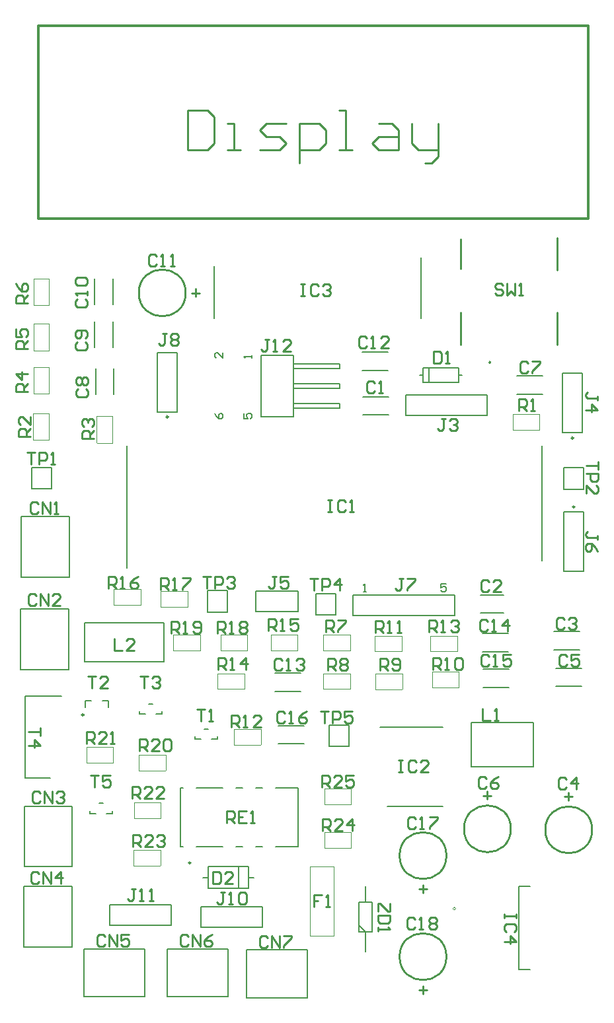
<source format=gto>
G04*
G04 #@! TF.GenerationSoftware,Altium Limited,Altium Designer,24.4.1 (13)*
G04*
G04 Layer_Color=65535*
%FSLAX44Y44*%
%MOMM*%
G71*
G04*
G04 #@! TF.SameCoordinates,F6539689-3043-445A-A8EF-E24C1B7FCDF9*
G04*
G04*
G04 #@! TF.FilePolarity,Positive*
G04*
G01*
G75*
%ADD10C,0.2540*%
%ADD11C,0.2500*%
%ADD12C,0.1000*%
%ADD13C,0.2000*%
%ADD14C,0.3000*%
%ADD15C,0.0500*%
%ADD16C,0.1524*%
D10*
X799620Y250190D02*
G03*
X799620Y250190I-30000J0D01*
G01*
X695480Y251460D02*
G03*
X695480Y251460I-30000J0D01*
G01*
X612930Y87630D02*
G03*
X612930Y87630I-30000J0D01*
G01*
Y217170D02*
G03*
X612930Y217170I-30000J0D01*
G01*
X278920Y938530D02*
G03*
X278920Y938530I-30000J0D01*
G01*
X669217Y849538D02*
G03*
X669217Y849538I-821J0D01*
G01*
X769620Y288036D02*
Y298196D01*
X764286Y292608D02*
X774446D01*
X665480Y289306D02*
Y299466D01*
X660146Y293878D02*
X670306D01*
X582930Y39624D02*
Y49784D01*
X578104Y45212D02*
X588264D01*
X582930Y169164D02*
Y179324D01*
X578104Y174752D02*
X588264D01*
X291338Y933705D02*
Y943865D01*
X286766Y938531D02*
X296926D01*
X755010Y872292D02*
Y913292D01*
Y968156D02*
Y1009156D01*
X631058Y872292D02*
Y913292D01*
X631034Y1007724D02*
X631058Y969172D01*
X281145Y1172611D02*
Y1121828D01*
X306537D01*
X315001Y1130292D01*
Y1164147D01*
X306537Y1172611D01*
X281145D01*
X331929Y1121828D02*
X348857D01*
X340393D01*
Y1155684D01*
X331929D01*
X374249Y1121828D02*
X399640D01*
X408104Y1130292D01*
X399640Y1138756D01*
X382713D01*
X374249Y1147220D01*
X382713Y1155684D01*
X408104D01*
X425032Y1104900D02*
Y1155684D01*
X450424D01*
X458888Y1147220D01*
Y1130292D01*
X450424Y1121828D01*
X425032D01*
X475816D02*
X492744D01*
X484280D01*
Y1172611D01*
X475816D01*
X526599Y1155684D02*
X543527D01*
X551991Y1147220D01*
Y1121828D01*
X526599D01*
X518135Y1130292D01*
X526599Y1138756D01*
X551991D01*
X568919Y1155684D02*
Y1130292D01*
X577383Y1121828D01*
X602775D01*
Y1113364D01*
X594311Y1104900D01*
X585847D01*
X602775Y1121828D02*
Y1155684D01*
X461015Y673098D02*
X466094D01*
X463554D01*
Y657862D01*
X461015D01*
X466094D01*
X483868Y670558D02*
X481329Y673098D01*
X476250D01*
X473711Y670558D01*
Y660402D01*
X476250Y657862D01*
X481329D01*
X483868Y660402D01*
X488946Y657862D02*
X494025D01*
X491485D01*
Y673098D01*
X488946Y670558D01*
X331476Y259083D02*
Y274317D01*
X339093D01*
X341632Y271778D01*
Y266700D01*
X339093Y264161D01*
X331476D01*
X336554D02*
X341632Y259083D01*
X356868Y274317D02*
X346711D01*
Y259083D01*
X356868D01*
X346711Y266700D02*
X351789D01*
X361946Y259083D02*
X367024D01*
X364485D01*
Y274317D01*
X361946Y271778D01*
X214286Y174374D02*
X209208D01*
X211747D01*
Y161678D01*
X209208Y159138D01*
X206669D01*
X204129Y161678D01*
X219364Y159138D02*
X224443D01*
X221904D01*
Y174374D01*
X219364Y171834D01*
X232060Y159138D02*
X237139D01*
X234600D01*
Y174374D01*
X232060Y171834D01*
X328587Y170564D02*
X323509D01*
X326048D01*
Y157868D01*
X323509Y155329D01*
X320969D01*
X318430Y157868D01*
X333665Y155329D02*
X338744D01*
X336204D01*
Y170564D01*
X333665Y168024D01*
X346361D02*
X348900Y170564D01*
X353979D01*
X356518Y168024D01*
Y157868D01*
X353979Y155329D01*
X348900D01*
X346361Y157868D01*
Y168024D01*
X453776Y166714D02*
X443619D01*
Y159096D01*
X448698D01*
X443619D01*
Y151478D01*
X458854D02*
X463933D01*
X461394D01*
Y166714D01*
X458854Y164174D01*
X596903Y863597D02*
Y848363D01*
X604521D01*
X607060Y850902D01*
Y861058D01*
X604521Y863597D01*
X596903D01*
X612138Y848363D02*
X617217D01*
X614678D01*
Y863597D01*
X612138Y861058D01*
X541018Y156204D02*
Y146047D01*
X538478D01*
X528322Y156204D01*
X525783D01*
Y146047D01*
X541018Y140969D02*
X525783D01*
Y133352D01*
X528322Y130812D01*
X538478D01*
X541018Y133352D01*
Y140969D01*
X525783Y125734D02*
Y120656D01*
Y123195D01*
X541018D01*
X538478Y125734D01*
X452127Y402588D02*
X462283D01*
X457205D01*
Y387352D01*
X467362D02*
Y402588D01*
X474979D01*
X477518Y400048D01*
Y394970D01*
X474979Y392431D01*
X467362D01*
X492753Y402588D02*
X482597D01*
Y394970D01*
X487675Y397509D01*
X490214D01*
X492753Y394970D01*
Y389892D01*
X490214Y387352D01*
X485136D01*
X482597Y389892D01*
X438157Y572767D02*
X448313D01*
X443235D01*
Y557533D01*
X453392D02*
Y572767D01*
X461009D01*
X463548Y570228D01*
Y565150D01*
X461009Y562611D01*
X453392D01*
X476244Y557533D02*
Y572767D01*
X468627Y565150D01*
X478783D01*
X300997Y575308D02*
X311153D01*
X306075D01*
Y560073D01*
X316232D02*
Y575308D01*
X323849D01*
X326388Y572768D01*
Y567690D01*
X323849Y565151D01*
X316232D01*
X331467Y572768D02*
X334006Y575308D01*
X339084D01*
X341623Y572768D01*
Y570229D01*
X339084Y567690D01*
X336545D01*
X339084D01*
X341623Y565151D01*
Y562612D01*
X339084Y560073D01*
X334006D01*
X331467Y562612D01*
X807718Y722623D02*
Y712467D01*
Y717545D01*
X792483D01*
Y707388D02*
X807718D01*
Y699771D01*
X805178Y697232D01*
X800100D01*
X797561Y699771D01*
Y707388D01*
X792483Y681997D02*
Y692153D01*
X802639Y681997D01*
X805178D01*
X807718Y684536D01*
Y689614D01*
X805178Y692153D01*
X76206Y734058D02*
X86362D01*
X81284D01*
Y718823D01*
X91441D02*
Y734058D01*
X99058D01*
X101597Y731519D01*
Y726440D01*
X99058Y723901D01*
X91441D01*
X106676Y718823D02*
X111754D01*
X109215D01*
Y734058D01*
X106676Y731519D01*
X157484Y320037D02*
X167641D01*
X162563D01*
Y304802D01*
X182876Y320037D02*
X172719D01*
Y312420D01*
X177798Y314959D01*
X180337D01*
X182876Y312420D01*
Y307342D01*
X180337Y304802D01*
X175258D01*
X172719Y307342D01*
X92708Y380996D02*
Y370839D01*
Y375918D01*
X77473D01*
Y358143D02*
X92708D01*
X85090Y365761D01*
Y355604D01*
X220984Y447038D02*
X231141D01*
X226063D01*
Y431802D01*
X236219Y444498D02*
X238758Y447038D01*
X243837D01*
X246376Y444498D01*
Y441959D01*
X243837Y439420D01*
X241297D01*
X243837D01*
X246376Y436881D01*
Y434342D01*
X243837Y431802D01*
X238758D01*
X236219Y434342D01*
X153674Y447038D02*
X163831D01*
X158752D01*
Y431802D01*
X179066D02*
X168909D01*
X179066Y441959D01*
Y444498D01*
X176527Y447038D01*
X171448D01*
X168909Y444498D01*
X293353Y404407D02*
X303510D01*
X298432D01*
Y389172D01*
X308588D02*
X313667D01*
X311128D01*
Y404407D01*
X308588Y401868D01*
X685803Y948688D02*
X683263Y951227D01*
X678185D01*
X675646Y948688D01*
Y946149D01*
X678185Y943610D01*
X683263D01*
X685803Y941071D01*
Y938532D01*
X683263Y935993D01*
X678185D01*
X675646Y938532D01*
X690881Y951227D02*
Y935993D01*
X695959Y941071D01*
X701038Y935993D01*
Y951227D01*
X706116Y935993D02*
X711194D01*
X708655D01*
Y951227D01*
X706116Y948688D01*
X453050Y305188D02*
Y320424D01*
X460668D01*
X463207Y317884D01*
Y312806D01*
X460668Y310267D01*
X453050D01*
X458129D02*
X463207Y305188D01*
X478442D02*
X468285D01*
X478442Y315345D01*
Y317884D01*
X475903Y320424D01*
X470825D01*
X468285Y317884D01*
X493677Y320424D02*
X483521D01*
Y312806D01*
X488599Y315345D01*
X491138D01*
X493677Y312806D01*
Y307728D01*
X491138Y305188D01*
X486060D01*
X483521Y307728D01*
X453930Y249308D02*
Y264543D01*
X461548D01*
X464087Y262004D01*
Y256926D01*
X461548Y254387D01*
X453930D01*
X459009D02*
X464087Y249308D01*
X479322D02*
X469165D01*
X479322Y259465D01*
Y262004D01*
X476783Y264543D01*
X471704D01*
X469165Y262004D01*
X492018Y249308D02*
Y264543D01*
X484400Y256926D01*
X494557D01*
X211213Y228948D02*
Y244184D01*
X218830D01*
X221369Y241644D01*
Y236566D01*
X218830Y234027D01*
X211213D01*
X216291D02*
X221369Y228948D01*
X236604D02*
X226448D01*
X236604Y239105D01*
Y241644D01*
X234065Y244184D01*
X228987D01*
X226448Y241644D01*
X241683D02*
X244222Y244184D01*
X249300D01*
X251840Y241644D01*
Y239105D01*
X249300Y236566D01*
X246761D01*
X249300D01*
X251840Y234027D01*
Y231488D01*
X249300Y228948D01*
X244222D01*
X241683Y231488D01*
X210827Y290833D02*
Y306068D01*
X218444D01*
X220983Y303528D01*
Y298450D01*
X218444Y295911D01*
X210827D01*
X215905D02*
X220983Y290833D01*
X236218D02*
X226062D01*
X236218Y300989D01*
Y303528D01*
X233679Y306068D01*
X228601D01*
X226062Y303528D01*
X251453Y290833D02*
X241297D01*
X251453Y300989D01*
Y303528D01*
X248914Y306068D01*
X243836D01*
X241297Y303528D01*
X152406Y360682D02*
Y375918D01*
X160023D01*
X162563Y373378D01*
Y368300D01*
X160023Y365761D01*
X152406D01*
X157484D02*
X162563Y360682D01*
X177798D02*
X167641D01*
X177798Y370839D01*
Y373378D01*
X175258Y375918D01*
X170180D01*
X167641Y373378D01*
X182876Y360682D02*
X187954D01*
X185415D01*
Y375918D01*
X182876Y373378D01*
X219717Y351792D02*
Y367028D01*
X227334D01*
X229873Y364488D01*
Y359410D01*
X227334Y356871D01*
X219717D01*
X224795D02*
X229873Y351792D01*
X245108D02*
X234952D01*
X245108Y361949D01*
Y364488D01*
X242569Y367028D01*
X237491D01*
X234952Y364488D01*
X250187D02*
X252726Y367028D01*
X257804D01*
X260343Y364488D01*
Y354332D01*
X257804Y351792D01*
X252726D01*
X250187Y354332D01*
Y364488D01*
X260352Y501998D02*
Y517234D01*
X267970D01*
X270509Y514694D01*
Y509616D01*
X267970Y507077D01*
X260352D01*
X265431D02*
X270509Y501998D01*
X275587D02*
X280665D01*
X278126D01*
Y517234D01*
X275587Y514694D01*
X288283Y504538D02*
X290822Y501998D01*
X295901D01*
X298440Y504538D01*
Y514694D01*
X295901Y517234D01*
X290822D01*
X288283Y514694D01*
Y512155D01*
X290822Y509616D01*
X298440D01*
X319942Y501998D02*
Y517234D01*
X327560D01*
X330099Y514694D01*
Y509616D01*
X327560Y507077D01*
X319942D01*
X325021D02*
X330099Y501998D01*
X335178D02*
X340256D01*
X337717D01*
Y517234D01*
X335178Y514694D01*
X347873D02*
X350413Y517234D01*
X355491D01*
X358030Y514694D01*
Y512155D01*
X355491Y509616D01*
X358030Y507077D01*
Y504538D01*
X355491Y501998D01*
X350413D01*
X347873Y504538D01*
Y507077D01*
X350413Y509616D01*
X347873Y512155D01*
Y514694D01*
X350413Y509616D02*
X355491D01*
X246772Y557879D02*
Y573114D01*
X254390D01*
X256929Y570575D01*
Y565496D01*
X254390Y562957D01*
X246772D01*
X251850D02*
X256929Y557879D01*
X262007D02*
X267085D01*
X264546D01*
Y573114D01*
X262007Y570575D01*
X274703Y573114D02*
X284860D01*
Y570575D01*
X274703Y560418D01*
Y557879D01*
X180346Y560073D02*
Y575308D01*
X187964D01*
X190503Y572768D01*
Y567690D01*
X187964Y565151D01*
X180346D01*
X185424D02*
X190503Y560073D01*
X195581D02*
X200660D01*
X198120D01*
Y575308D01*
X195581Y572768D01*
X218434Y575308D02*
X213356Y572768D01*
X208277Y567690D01*
Y562612D01*
X210816Y560073D01*
X215895D01*
X218434Y562612D01*
Y565151D01*
X215895Y567690D01*
X208277D01*
X384816Y505462D02*
Y520698D01*
X392434D01*
X394973Y518158D01*
Y513080D01*
X392434Y510541D01*
X384816D01*
X389894D02*
X394973Y505462D01*
X400051D02*
X405130D01*
X402590D01*
Y520698D01*
X400051Y518158D01*
X422904Y520698D02*
X412747D01*
Y513080D01*
X417826Y515619D01*
X420365D01*
X422904Y513080D01*
Y508002D01*
X420365Y505462D01*
X415286D01*
X412747Y508002D01*
X320437Y455933D02*
Y471168D01*
X328054D01*
X330593Y468629D01*
Y463550D01*
X328054Y461011D01*
X320437D01*
X325515D02*
X330593Y455933D01*
X335672D02*
X340750D01*
X338211D01*
Y471168D01*
X335672Y468629D01*
X355985Y455933D02*
Y471168D01*
X348368Y463550D01*
X358524D01*
X590556Y504193D02*
Y519427D01*
X598174D01*
X600713Y516888D01*
Y511810D01*
X598174Y509271D01*
X590556D01*
X595634D02*
X600713Y504193D01*
X605791D02*
X610870D01*
X608330D01*
Y519427D01*
X605791Y516888D01*
X618487D02*
X621026Y519427D01*
X626105D01*
X628644Y516888D01*
Y514349D01*
X626105Y511810D01*
X623565D01*
X626105D01*
X628644Y509271D01*
Y506732D01*
X626105Y504193D01*
X621026D01*
X618487Y506732D01*
X337826Y382272D02*
Y397508D01*
X345444D01*
X347983Y394968D01*
Y389890D01*
X345444Y387351D01*
X337826D01*
X342905D02*
X347983Y382272D01*
X353061D02*
X358140D01*
X355600D01*
Y397508D01*
X353061Y394968D01*
X375914Y382272D02*
X365757D01*
X375914Y392429D01*
Y394968D01*
X373375Y397508D01*
X368296D01*
X365757Y394968D01*
X522365Y502922D02*
Y518157D01*
X529983D01*
X532522Y515618D01*
Y510540D01*
X529983Y508001D01*
X522365D01*
X527444D02*
X532522Y502922D01*
X537600D02*
X542679D01*
X540140D01*
Y518157D01*
X537600Y515618D01*
X550296Y502922D02*
X555375D01*
X552835D01*
Y518157D01*
X550296Y515618D01*
X595246Y455933D02*
Y471168D01*
X602864D01*
X605403Y468629D01*
Y463550D01*
X602864Y461011D01*
X595246D01*
X600325D02*
X605403Y455933D01*
X610481D02*
X615560D01*
X613021D01*
Y471168D01*
X610481Y468629D01*
X623177D02*
X625716Y471168D01*
X630795D01*
X633334Y468629D01*
Y458472D01*
X630795Y455933D01*
X625716D01*
X623177Y458472D01*
Y468629D01*
X528324Y454663D02*
Y469897D01*
X535942D01*
X538481Y467358D01*
Y462280D01*
X535942Y459741D01*
X528324D01*
X533402D02*
X538481Y454663D01*
X543559Y457202D02*
X546098Y454663D01*
X551177D01*
X553716Y457202D01*
Y467358D01*
X551177Y469897D01*
X546098D01*
X543559Y467358D01*
Y464819D01*
X546098Y462280D01*
X553716D01*
X461014Y454663D02*
Y469897D01*
X468632D01*
X471171Y467358D01*
Y462280D01*
X468632Y459741D01*
X461014D01*
X466092D02*
X471171Y454663D01*
X476249Y467358D02*
X478788Y469897D01*
X483867D01*
X486406Y467358D01*
Y464819D01*
X483867Y462280D01*
X486406Y459741D01*
Y457202D01*
X483867Y454663D01*
X478788D01*
X476249Y457202D01*
Y459741D01*
X478788Y462280D01*
X476249Y464819D01*
Y467358D01*
X478788Y462280D02*
X483867D01*
X458474Y504193D02*
Y519427D01*
X466092D01*
X468631Y516888D01*
Y511810D01*
X466092Y509271D01*
X458474D01*
X463553D02*
X468631Y504193D01*
X473709Y519427D02*
X483866D01*
Y516888D01*
X473709Y506732D01*
Y504193D01*
X76327Y925195D02*
X61092D01*
Y932812D01*
X63631Y935352D01*
X68709D01*
X71249Y932812D01*
Y925195D01*
Y930273D02*
X76327Y935352D01*
X61092Y950587D02*
X63631Y945508D01*
X68709Y940430D01*
X73788D01*
X76327Y942969D01*
Y948048D01*
X73788Y950587D01*
X71249D01*
X68709Y948048D01*
Y940430D01*
X76327Y867165D02*
X61092D01*
Y874782D01*
X63631Y877322D01*
X68710D01*
X71249Y874782D01*
Y867165D01*
Y872243D02*
X76327Y877322D01*
X61092Y892557D02*
Y882400D01*
X68710D01*
X66170Y887478D01*
Y890017D01*
X68710Y892557D01*
X73788D01*
X76327Y890017D01*
Y884939D01*
X73788Y882400D01*
X76327Y811775D02*
X61092D01*
Y819392D01*
X63631Y821931D01*
X68710D01*
X71249Y819392D01*
Y811775D01*
Y816853D02*
X76327Y821931D01*
Y834627D02*
X61092D01*
X68710Y827010D01*
Y837166D01*
X161674Y752190D02*
X146438D01*
Y759808D01*
X148978Y762347D01*
X154056D01*
X156595Y759808D01*
Y752190D01*
Y757269D02*
X161674Y762347D01*
X148978Y767425D02*
X146438Y769965D01*
Y775043D01*
X148978Y777582D01*
X151517D01*
X154056Y775043D01*
Y772504D01*
Y775043D01*
X156595Y777582D01*
X159134D01*
X161674Y775043D01*
Y769965D01*
X159134Y767425D01*
X80393Y754730D02*
X65158D01*
Y762348D01*
X67698Y764887D01*
X72776D01*
X75315Y762348D01*
Y754730D01*
Y759809D02*
X80393Y764887D01*
Y780122D02*
Y769965D01*
X70237Y780122D01*
X67698D01*
X65158Y777583D01*
Y772505D01*
X67698Y769965D01*
X706123Y787402D02*
Y802637D01*
X713741D01*
X716280Y800098D01*
Y795020D01*
X713741Y792481D01*
X706123D01*
X711202D02*
X716280Y787402D01*
X721358D02*
X726437D01*
X723898D01*
Y802637D01*
X721358Y800098D01*
X187334Y495644D02*
Y480408D01*
X197491D01*
X212726D02*
X202569D01*
X212726Y490565D01*
Y493104D01*
X210187Y495644D01*
X205109D01*
X202569Y493104D01*
X659519Y405474D02*
Y390239D01*
X669676D01*
X674754D02*
X679833D01*
X677293D01*
Y405474D01*
X674754Y402935D01*
X386083Y878838D02*
X381004D01*
X383544D01*
Y866142D01*
X381004Y863603D01*
X378465D01*
X375926Y866142D01*
X391161Y863603D02*
X396240D01*
X393700D01*
Y878838D01*
X391161Y876298D01*
X414014Y863603D02*
X403857D01*
X414014Y873759D01*
Y876298D01*
X411475Y878838D01*
X406396D01*
X403857Y876298D01*
X254378Y886328D02*
X249300D01*
X251839D01*
Y873632D01*
X249300Y871093D01*
X246760D01*
X244221Y873632D01*
X259456Y883789D02*
X261995Y886328D01*
X267074D01*
X269613Y883789D01*
Y881249D01*
X267074Y878710D01*
X269613Y876171D01*
Y873632D01*
X267074Y871093D01*
X261995D01*
X259456Y873632D01*
Y876171D01*
X261995Y878710D01*
X259456Y881249D01*
Y883789D01*
X261995Y878710D02*
X267074D01*
X557531Y572767D02*
X552453D01*
X554992D01*
Y560072D01*
X552453Y557533D01*
X549913D01*
X547374Y560072D01*
X562609Y572767D02*
X572766D01*
Y570228D01*
X562609Y560072D01*
Y557533D01*
X806834Y622645D02*
Y627724D01*
Y625184D01*
X794138D01*
X791599Y627724D01*
Y630263D01*
X794138Y632802D01*
X806834Y607410D02*
X804294Y612488D01*
X799216Y617567D01*
X794138D01*
X791599Y615028D01*
Y609949D01*
X794138Y607410D01*
X796677D01*
X799216Y609949D01*
Y617567D01*
X394971Y575308D02*
X389893D01*
X392432D01*
Y562612D01*
X389893Y560073D01*
X387353D01*
X384814Y562612D01*
X410206Y575308D02*
X400049D01*
Y567690D01*
X405127Y570229D01*
X407667D01*
X410206Y567690D01*
Y562612D01*
X407667Y560073D01*
X402588D01*
X400049Y562612D01*
X806448Y801369D02*
Y806448D01*
Y803908D01*
X793752D01*
X791212Y806448D01*
Y808987D01*
X793752Y811526D01*
X791212Y788673D02*
X806448D01*
X798830Y796291D01*
Y786134D01*
X612141Y777237D02*
X607062D01*
X609602D01*
Y764542D01*
X607062Y762002D01*
X604523D01*
X601984Y764542D01*
X617219Y774698D02*
X619758Y777237D01*
X624837D01*
X627376Y774698D01*
Y772159D01*
X624837Y769620D01*
X622298D01*
X624837D01*
X627376Y767081D01*
Y764542D01*
X624837Y762002D01*
X619758D01*
X617219Y764542D01*
X702694Y142580D02*
Y137501D01*
Y140041D01*
X687459D01*
Y142580D01*
Y137501D01*
X700154Y119727D02*
X702694Y122266D01*
Y127345D01*
X700154Y129884D01*
X689998D01*
X687459Y127345D01*
Y122266D01*
X689998Y119727D01*
X687459Y107031D02*
X702694D01*
X695076Y114649D01*
Y104492D01*
X426726Y949958D02*
X431805D01*
X429265D01*
Y934723D01*
X426726D01*
X431805D01*
X449579Y947418D02*
X447040Y949958D01*
X441961D01*
X439422Y947418D01*
Y937262D01*
X441961Y934723D01*
X447040D01*
X449579Y937262D01*
X454657Y947418D02*
X457196Y949958D01*
X462275D01*
X464814Y947418D01*
Y944879D01*
X462275Y942340D01*
X459735D01*
X462275D01*
X464814Y939801D01*
Y937262D01*
X462275Y934723D01*
X457196D01*
X454657Y937262D01*
X551572Y339434D02*
X556651D01*
X554111D01*
Y324199D01*
X551572D01*
X556651D01*
X574425Y336895D02*
X571885Y339434D01*
X566807D01*
X564268Y336895D01*
Y326738D01*
X566807Y324199D01*
X571885D01*
X574425Y326738D01*
X589660Y324199D02*
X579503D01*
X589660Y334355D01*
Y336895D01*
X587121Y339434D01*
X582042D01*
X579503Y336895D01*
X313694Y196847D02*
Y181612D01*
X321312D01*
X323851Y184152D01*
Y194308D01*
X321312Y196847D01*
X313694D01*
X339086Y181612D02*
X328929D01*
X339086Y191769D01*
Y194308D01*
X336547Y196847D01*
X331468D01*
X328929Y194308D01*
X383929Y112104D02*
X381390Y114643D01*
X376312D01*
X373773Y112104D01*
Y101948D01*
X376312Y99408D01*
X381390D01*
X383929Y101948D01*
X389008Y99408D02*
Y114643D01*
X399165Y99408D01*
Y114643D01*
X404243D02*
X414399D01*
Y112104D01*
X404243Y101948D01*
Y99408D01*
X282329Y113374D02*
X279790Y115913D01*
X274712D01*
X272173Y113374D01*
Y103218D01*
X274712Y100678D01*
X279790D01*
X282329Y103218D01*
X287408Y100678D02*
Y115913D01*
X297565Y100678D01*
Y115913D01*
X312799D02*
X307721Y113374D01*
X302643Y108296D01*
Y103218D01*
X305182Y100678D01*
X310260D01*
X312799Y103218D01*
Y105757D01*
X310260Y108296D01*
X302643D01*
X175649Y113374D02*
X173110Y115913D01*
X168032D01*
X165493Y113374D01*
Y103218D01*
X168032Y100678D01*
X173110D01*
X175649Y103218D01*
X180728Y100678D02*
Y115913D01*
X190884Y100678D01*
Y115913D01*
X206119D02*
X195963D01*
Y108296D01*
X201041Y110835D01*
X203580D01*
X206119Y108296D01*
Y103218D01*
X203580Y100678D01*
X198502D01*
X195963Y103218D01*
X91443Y194308D02*
X88904Y196847D01*
X83826D01*
X81287Y194308D01*
Y184152D01*
X83826Y181612D01*
X88904D01*
X91443Y184152D01*
X96522Y181612D02*
Y196847D01*
X106678Y181612D01*
Y196847D01*
X119374Y181612D02*
Y196847D01*
X111757Y189230D01*
X121913D01*
X92713Y297178D02*
X90174Y299718D01*
X85096D01*
X82557Y297178D01*
Y287022D01*
X85096Y284482D01*
X90174D01*
X92713Y287022D01*
X97792Y284482D02*
Y299718D01*
X107948Y284482D01*
Y299718D01*
X113027Y297178D02*
X115566Y299718D01*
X120644D01*
X123183Y297178D01*
Y294639D01*
X120644Y292100D01*
X118105D01*
X120644D01*
X123183Y289561D01*
Y287022D01*
X120644Y284482D01*
X115566D01*
X113027Y287022D01*
X88019Y550255D02*
X85480Y552794D01*
X80402D01*
X77863Y550255D01*
Y540098D01*
X80402Y537559D01*
X85480D01*
X88019Y540098D01*
X93098Y537559D02*
Y552794D01*
X103254Y537559D01*
Y552794D01*
X118489Y537559D02*
X108333D01*
X118489Y547715D01*
Y550255D01*
X115950Y552794D01*
X110872D01*
X108333Y550255D01*
X90558Y668365D02*
X88019Y670904D01*
X82941D01*
X80402Y668365D01*
Y658208D01*
X82941Y655669D01*
X88019D01*
X90558Y658208D01*
X95637Y655669D02*
Y670904D01*
X105794Y655669D01*
Y670904D01*
X110872Y655669D02*
X115950D01*
X113411D01*
Y670904D01*
X110872Y668365D01*
X572773Y135888D02*
X570234Y138427D01*
X565155D01*
X562616Y135888D01*
Y125731D01*
X565155Y123192D01*
X570234D01*
X572773Y125731D01*
X577851Y123192D02*
X582930D01*
X580391D01*
Y138427D01*
X577851Y135888D01*
X590547D02*
X593086Y138427D01*
X598165D01*
X600704Y135888D01*
Y133349D01*
X598165Y130810D01*
X600704Y128271D01*
Y125731D01*
X598165Y123192D01*
X593086D01*
X590547Y125731D01*
Y128271D01*
X593086Y130810D01*
X590547Y133349D01*
Y135888D01*
X593086Y130810D02*
X598165D01*
X574043Y264158D02*
X571504Y266697D01*
X566426D01*
X563886Y264158D01*
Y254001D01*
X566426Y251462D01*
X571504D01*
X574043Y254001D01*
X579121Y251462D02*
X584200D01*
X581661D01*
Y266697D01*
X579121Y264158D01*
X591817Y266697D02*
X601974D01*
Y264158D01*
X591817Y254001D01*
Y251462D01*
X406403Y400048D02*
X403864Y402588D01*
X398785D01*
X396246Y400048D01*
Y389892D01*
X398785Y387352D01*
X403864D01*
X406403Y389892D01*
X411481Y387352D02*
X416560D01*
X414020D01*
Y402588D01*
X411481Y400048D01*
X434334Y402588D02*
X429255Y400048D01*
X424177Y394970D01*
Y389892D01*
X426716Y387352D01*
X431795D01*
X434334Y389892D01*
Y392431D01*
X431795Y394970D01*
X424177D01*
X667559Y472824D02*
X665020Y475364D01*
X659941D01*
X657402Y472824D01*
Y462668D01*
X659941Y460128D01*
X665020D01*
X667559Y462668D01*
X672637Y460128D02*
X677716D01*
X675176D01*
Y475364D01*
X672637Y472824D01*
X695490Y475364D02*
X685333D01*
Y467746D01*
X690411Y470285D01*
X692951D01*
X695490Y467746D01*
Y462668D01*
X692951Y460128D01*
X687872D01*
X685333Y462668D01*
X666289Y517274D02*
X663750Y519813D01*
X658671D01*
X656132Y517274D01*
Y507118D01*
X658671Y504578D01*
X663750D01*
X666289Y507118D01*
X671367Y504578D02*
X676446D01*
X673906D01*
Y519813D01*
X671367Y517274D01*
X691681Y504578D02*
Y519813D01*
X684063Y512196D01*
X694220D01*
X402475Y467359D02*
X399936Y469898D01*
X394858D01*
X392319Y467359D01*
Y457202D01*
X394858Y454663D01*
X399936D01*
X402475Y457202D01*
X407554Y454663D02*
X412632D01*
X410093D01*
Y469898D01*
X407554Y467359D01*
X420249D02*
X422789Y469898D01*
X427867D01*
X430406Y467359D01*
Y464819D01*
X427867Y462280D01*
X425328D01*
X427867D01*
X430406Y459741D01*
Y457202D01*
X427867Y454663D01*
X422789D01*
X420249Y457202D01*
X511231Y880494D02*
X508692Y883034D01*
X503614D01*
X501074Y880494D01*
Y870338D01*
X503614Y867798D01*
X508692D01*
X511231Y870338D01*
X516310Y867798D02*
X521388D01*
X518849D01*
Y883034D01*
X516310Y880494D01*
X539162Y867798D02*
X529006D01*
X539162Y877955D01*
Y880494D01*
X536623Y883034D01*
X531545D01*
X529006Y880494D01*
X241688Y985865D02*
X239149Y988404D01*
X234070D01*
X231531Y985865D01*
Y975708D01*
X234070Y973169D01*
X239149D01*
X241688Y975708D01*
X246766Y973169D02*
X251845D01*
X249306D01*
Y988404D01*
X246766Y985865D01*
X259462Y973169D02*
X264541D01*
X262001D01*
Y988404D01*
X259462Y985865D01*
X139831Y930135D02*
X137292Y927596D01*
Y922518D01*
X139831Y919979D01*
X149988D01*
X152527Y922518D01*
Y927596D01*
X149988Y930135D01*
X152527Y935214D02*
Y940292D01*
Y937753D01*
X137292D01*
X139831Y935214D01*
Y947910D02*
X137292Y950449D01*
Y955527D01*
X139831Y958066D01*
X149988D01*
X152527Y955527D01*
Y950449D01*
X149988Y947910D01*
X139831D01*
X139831Y875408D02*
X137292Y872868D01*
Y867790D01*
X139831Y865251D01*
X149988D01*
X152527Y867790D01*
Y872868D01*
X149988Y875408D01*
Y880486D02*
X152527Y883025D01*
Y888104D01*
X149988Y890643D01*
X139831D01*
X137292Y888104D01*
Y883025D01*
X139831Y880486D01*
X142370D01*
X144909Y883025D01*
Y890643D01*
X141101Y815718D02*
X138562Y813178D01*
Y808100D01*
X141101Y805561D01*
X151258D01*
X153797Y808100D01*
Y813178D01*
X151258Y815718D01*
X141101Y820796D02*
X138562Y823335D01*
Y828414D01*
X141101Y830953D01*
X143640D01*
X146180Y828414D01*
X148719Y830953D01*
X151258D01*
X153797Y828414D01*
Y823335D01*
X151258Y820796D01*
X148719D01*
X146180Y823335D01*
X143640Y820796D01*
X141101D01*
X146180Y823335D02*
Y828414D01*
X717551Y848358D02*
X715012Y850898D01*
X709933D01*
X707394Y848358D01*
Y838202D01*
X709933Y835663D01*
X715012D01*
X717551Y838202D01*
X722629Y850898D02*
X732786D01*
Y848358D01*
X722629Y838202D01*
Y835663D01*
X664211Y316228D02*
X661672Y318768D01*
X656593D01*
X654054Y316228D01*
Y306072D01*
X656593Y303533D01*
X661672D01*
X664211Y306072D01*
X679446Y318768D02*
X674368Y316228D01*
X669289Y311150D01*
Y306072D01*
X671828Y303533D01*
X676907D01*
X679446Y306072D01*
Y308611D01*
X676907Y311150D01*
X669289D01*
X767467Y472785D02*
X764928Y475324D01*
X759849D01*
X757310Y472785D01*
Y462628D01*
X759849Y460089D01*
X764928D01*
X767467Y462628D01*
X782702Y475324D02*
X772545D01*
Y467706D01*
X777624Y470245D01*
X780163D01*
X782702Y467706D01*
Y462628D01*
X780163Y460089D01*
X775084D01*
X772545Y462628D01*
X767081Y314958D02*
X764542Y317498D01*
X759463D01*
X756924Y314958D01*
Y304802D01*
X759463Y302262D01*
X764542D01*
X767081Y304802D01*
X779777Y302262D02*
Y317498D01*
X772159Y309880D01*
X782316D01*
X763775Y519774D02*
X761236Y522313D01*
X756157D01*
X753618Y519774D01*
Y509618D01*
X756157Y507078D01*
X761236D01*
X763775Y509618D01*
X768853Y519774D02*
X771392Y522313D01*
X776471D01*
X779010Y519774D01*
Y517235D01*
X776471Y514696D01*
X773932D01*
X776471D01*
X779010Y512157D01*
Y509618D01*
X776471Y507078D01*
X771392D01*
X768853Y509618D01*
X668019Y568034D02*
X665480Y570574D01*
X660402D01*
X657863Y568034D01*
Y557878D01*
X660402Y555338D01*
X665480D01*
X668019Y557878D01*
X683254Y555338D02*
X673098D01*
X683254Y565495D01*
Y568034D01*
X680715Y570574D01*
X675637D01*
X673098Y568034D01*
X521086Y823304D02*
X518547Y825844D01*
X513469D01*
X510929Y823304D01*
Y813148D01*
X513469Y810608D01*
X518547D01*
X521086Y813148D01*
X526165Y810608D02*
X531243D01*
X528704D01*
Y825844D01*
X526165Y823304D01*
D11*
X256520Y779630D02*
G03*
X256520Y779630I-1250J0D01*
G01*
X777220Y664360D02*
G03*
X777220Y664360I-1250J0D01*
G01*
X775564Y752614D02*
G03*
X775564Y752614I-1250J0D01*
G01*
X285344Y207854D02*
G03*
X285344Y207854I-1250J0D01*
G01*
X148350Y397440D02*
G03*
X148350Y397440I-1250J0D01*
G01*
D12*
X623620Y147476D02*
G03*
X622620Y147476I-500J1876D01*
G01*
D13*
X735574Y595604D02*
Y742924D01*
X203454Y586194D02*
Y742924D01*
X133726Y202854D02*
Y280578D01*
X72004Y202854D02*
X133726D01*
X72004Y224889D02*
Y265402D01*
Y280578D02*
X133726D01*
X72004Y202854D02*
Y224889D01*
Y265402D02*
Y280578D01*
X73074Y421924D02*
X119974D01*
X73074Y316524D02*
Y421924D01*
Y316524D02*
X105024D01*
X129032Y455930D02*
Y533655D01*
X67310Y455930D02*
X129032D01*
X67310Y477965D02*
Y518478D01*
Y533655D02*
X129032D01*
X67310Y455930D02*
Y477965D01*
Y518478D02*
Y533655D01*
X130302Y574040D02*
Y651765D01*
X68580Y574040D02*
X130302D01*
X68580Y596075D02*
Y636588D01*
Y651765D02*
X130302D01*
X68580Y574040D02*
Y596075D01*
Y636588D02*
Y651765D01*
X724662Y330962D02*
Y387351D01*
X644760Y330962D02*
X724662D01*
X644760D02*
Y374640D01*
X664735Y387459D02*
X704686D01*
X644760Y374640D02*
Y387351D01*
Y387459D02*
X664735D01*
X704686D02*
X724662D01*
X750667Y480979D02*
X783729D01*
X750667Y504541D02*
X783729D01*
X656912Y528469D02*
X685973D01*
X656912Y551031D02*
X685973D01*
X753089Y433989D02*
X786151D01*
X753089Y457551D02*
X786151D01*
X628590Y833120D02*
X632590D01*
X578990D02*
X582990D01*
X590790Y824570D02*
Y841671D01*
X582990Y823571D02*
Y842670D01*
Y823571D02*
X628590D01*
Y842670D01*
X582990D02*
X628590D01*
X788442Y687232D02*
Y700948D01*
X763138Y686978D02*
X788284D01*
X763138D02*
Y714410D01*
X788442D01*
Y700948D02*
Y714410D01*
X106838Y687579D02*
Y701294D01*
X81534Y687325D02*
X106680D01*
X81534D02*
Y714756D01*
X106838D01*
Y701294D02*
Y714756D01*
X417310Y841350D02*
X476560D01*
X417310Y847750D02*
X476560D01*
Y841350D02*
Y847750D01*
X417310Y815950D02*
X476560D01*
X417310Y822350D02*
X476560D01*
Y815950D02*
Y822350D01*
X417310Y790550D02*
X476560D01*
X417310Y796950D02*
X476560D01*
Y790550D02*
Y796950D01*
X375810Y779550D02*
X417310D01*
Y858750D01*
X375810D02*
X417310D01*
X375810Y779550D02*
Y858750D01*
X242820Y862330D02*
X267720D01*
X242820Y786130D02*
X267720D01*
Y862330D01*
X242820Y786130D02*
Y862330D01*
X623414Y524684D02*
Y551584D01*
X493414D02*
X623414D01*
X493414Y524684D02*
Y551584D01*
Y524684D02*
X623414D01*
X763520Y581660D02*
X788420D01*
X763520Y657860D02*
X788420D01*
X763520Y581660D02*
Y657860D01*
X788420Y581660D02*
Y657860D01*
X368954Y529764D02*
Y556664D01*
Y529764D02*
X422754D01*
Y556664D01*
X368954D02*
X422754D01*
X761864Y835314D02*
X786764D01*
X761864Y759114D02*
X786764D01*
Y835314D01*
X761864Y759114D02*
Y835314D01*
X665324Y781224D02*
Y808124D01*
X560724D02*
X665324D01*
X560724Y781224D02*
Y808124D01*
Y781224D02*
X665324D01*
X703559Y808640D02*
X736621D01*
X703559Y832202D02*
X736621D01*
X505557Y781969D02*
X538619D01*
X505557Y805531D02*
X538619D01*
X260120Y127520D02*
Y154420D01*
X181380D02*
X235180D01*
X181380Y127520D02*
Y154420D01*
Y127520D02*
X235180D01*
Y154420D02*
X260120D01*
X235180Y127520D02*
X260120D01*
X356870Y34798D02*
X434594D01*
X356870D02*
Y96520D01*
X378904D02*
X419417D01*
X434594Y34798D02*
Y96520D01*
X356870D02*
X378904D01*
X419417D02*
X434594D01*
X307624Y174884D02*
X359624D01*
X307624D02*
Y202884D01*
X359624D01*
Y174884D02*
Y202884D01*
Y188884D02*
X366274D01*
X300974D02*
X307624D01*
X346624Y175584D02*
Y202184D01*
X298680Y124980D02*
Y151880D01*
X323620Y124980D02*
X377420D01*
Y151880D01*
X323620D02*
X377420D01*
X298680Y124980D02*
X323620D01*
X298680Y151880D02*
X323620D01*
X148590Y36068D02*
X226314D01*
X148590D02*
Y97790D01*
X170625D02*
X211138D01*
X226314Y36068D02*
Y97790D01*
X148590D02*
X170625D01*
X211138D02*
X226314D01*
X71628Y100076D02*
Y177800D01*
X133350D01*
Y115253D02*
Y155765D01*
X71628Y100076D02*
X133350D01*
Y155765D02*
Y177800D01*
Y100076D02*
Y115253D01*
X255270Y36068D02*
X332994D01*
X255270D02*
Y97790D01*
X277304D02*
X317817D01*
X332994Y36068D02*
Y97790D01*
X255270D02*
X277304D01*
X317817D02*
X332994D01*
X500416Y119250D02*
Y157290D01*
X517616D01*
Y119250D02*
Y157290D01*
X500416Y119250D02*
X517616D01*
X500416Y127850D02*
X509016Y119250D01*
Y94020D02*
Y119250D01*
X509270Y157414D02*
Y177734D01*
X705830Y177760D02*
X720530D01*
X705830Y71160D02*
Y177760D01*
Y71160D02*
X720530D01*
X272594Y228854D02*
Y303854D01*
X394444Y228854D02*
X422594D01*
X369044D02*
X376944D01*
X343644D02*
X351544D01*
X292844D02*
X326144D01*
X272594D02*
X275344D01*
X422594D02*
Y303854D01*
X394444D02*
X422594D01*
X369044D02*
X376944D01*
X343644D02*
X351544D01*
X292844D02*
X326144D01*
X272594D02*
X275344D01*
X167774Y284122D02*
X173094D01*
X155934Y271123D02*
Y274353D01*
X177274Y271123D02*
X184934D01*
X155934D02*
X163594D01*
X184934D02*
Y274353D01*
X149860Y515420D02*
X209804D01*
X208382D02*
X251460D01*
Y465420D02*
Y515420D01*
X149860Y465420D02*
X251460D01*
X149860D02*
Y515420D01*
X248404Y398843D02*
Y402073D01*
X219404Y398843D02*
X227064D01*
X240744D02*
X248404D01*
X219404D02*
Y402073D01*
X231244Y411842D02*
X236564D01*
X487838Y371095D02*
Y384557D01*
X462534D02*
X487838D01*
X462534Y357124D02*
Y384557D01*
Y357124D02*
X487680D01*
X487838Y357379D02*
Y371095D01*
X319554Y366373D02*
Y369603D01*
X290554Y366373D02*
X298214D01*
X311894D02*
X319554D01*
X290554D02*
Y369603D01*
X302394Y379372D02*
X307714D01*
X150100Y406940D02*
Y415941D01*
X158100D01*
X180100Y406940D02*
Y415941D01*
X172100D02*
X180100D01*
X659109Y502001D02*
X692171D01*
X659109Y478439D02*
X692171D01*
X397607Y383891D02*
X430669D01*
X397607Y360329D02*
X430669D01*
X332512Y543468D02*
Y556930D01*
X307208D02*
X332512D01*
X307208Y529498D02*
Y556930D01*
Y529498D02*
X332354D01*
X332512Y529752D02*
Y543468D01*
X537210Y280671D02*
X608330D01*
X527930Y382271D02*
X608330D01*
X660379Y456281D02*
X693441D01*
X660379Y432719D02*
X693441D01*
X393561Y427639D02*
X426623D01*
X393561Y451201D02*
X426623D01*
X470942Y539658D02*
Y553120D01*
X445638D02*
X470942D01*
X445638Y525688D02*
Y553120D01*
Y525688D02*
X470784D01*
X470942Y525942D02*
Y539658D01*
X505321Y839119D02*
X538383D01*
X505321Y862681D02*
X538383D01*
X315224Y905704D02*
Y973204D01*
X580624Y905704D02*
Y984034D01*
X162209Y923387D02*
Y956449D01*
X185771Y923387D02*
Y956449D01*
X162209Y868659D02*
Y901721D01*
X185771Y868659D02*
Y901721D01*
X163479Y808970D02*
Y842031D01*
X187041Y808970D02*
Y842031D01*
D14*
X795020Y1033780D02*
Y1281430D01*
X90170Y1033780D02*
Y1281430D01*
Y1033780D02*
X795020D01*
X90170Y1281430D02*
X795020D01*
D15*
X697992Y763270D02*
Y783336D01*
Y763270D02*
X731774D01*
X732028Y763524D01*
Y783336D01*
X697992D02*
X732028D01*
X165100Y780288D02*
X185166D01*
X165100Y746507D02*
Y780288D01*
Y746507D02*
X165354Y746253D01*
X185166D01*
Y780288D01*
X83820Y784099D02*
X103886D01*
X83820Y750316D02*
Y784099D01*
Y750316D02*
X84074Y750062D01*
X103886D01*
Y784099D01*
X212462Y204470D02*
Y224536D01*
Y204470D02*
X246244D01*
X246498Y204724D01*
Y224536D01*
X212462D02*
X246498D01*
X456692Y227330D02*
Y247396D01*
Y227330D02*
X490474D01*
X490728Y227584D01*
Y247396D01*
X456692D02*
X490728D01*
X212852Y265431D02*
Y285497D01*
Y265431D02*
X246634D01*
X246888Y265685D01*
Y285497D01*
X212852D02*
X246888D01*
X456692Y283210D02*
Y303276D01*
Y283210D02*
X490474D01*
X490728Y283464D01*
Y303276D01*
X456692D02*
X490728D01*
X441960Y114300D02*
X468630D01*
X438150D02*
X441960D01*
X468630D02*
Y203200D01*
X438150Y114300D02*
Y203200D01*
X468630D01*
X219202Y346456D02*
X253238D01*
Y326645D02*
Y346456D01*
X252984Y326390D02*
X253238Y326645D01*
X219202Y326390D02*
X252984D01*
X219202D02*
Y346456D01*
X151892Y356617D02*
X185928D01*
Y336805D02*
Y356617D01*
X185674Y336550D02*
X185928Y336805D01*
X151892Y336550D02*
X185674D01*
X151892D02*
Y356617D01*
X323732Y500126D02*
X357768D01*
Y480314D02*
Y500126D01*
X357514Y480060D02*
X357768Y480314D01*
X323732Y480060D02*
X357514D01*
X323732D02*
Y500126D01*
X263262D02*
X297298D01*
Y480314D02*
Y500126D01*
X297044Y480060D02*
X297298Y480314D01*
X263262Y480060D02*
X297044D01*
X263262D02*
Y500126D01*
X521462Y479044D02*
X555498D01*
X521462D02*
Y498856D01*
X521716Y499110D01*
X555498D01*
Y479044D02*
Y499110D01*
X388112Y500126D02*
X422148D01*
Y480314D02*
Y500126D01*
X421894Y480060D02*
X422148Y480314D01*
X388112Y480060D02*
X421894D01*
X388112D02*
Y500126D01*
X455422Y480314D02*
X489458D01*
X455422D02*
Y500126D01*
X455676Y500380D01*
X489458D01*
Y480314D02*
Y500380D01*
X592582Y479044D02*
X626618D01*
X592582D02*
Y498856D01*
X592836Y499110D01*
X626618D01*
Y479044D02*
Y499110D01*
X594732Y453136D02*
X628768D01*
Y433324D02*
Y453136D01*
X628514Y433070D02*
X628768Y433324D01*
X594732Y433070D02*
X628514D01*
X594732D02*
Y453136D01*
X247142Y556007D02*
X281178D01*
Y536194D02*
Y556007D01*
X280924Y535941D02*
X281178Y536194D01*
X247142Y535941D02*
X280924D01*
X247142D02*
Y556007D01*
X522342Y450596D02*
X556378D01*
Y430784D02*
Y450596D01*
X556124Y430530D02*
X556378Y430784D01*
X522342Y430530D02*
X556124D01*
X522342D02*
Y450596D01*
X319922Y430784D02*
X353958D01*
X319922D02*
Y450596D01*
X320176Y450850D01*
X353958D01*
Y430784D02*
Y450850D01*
X455422Y430784D02*
X489458D01*
X455422D02*
Y450596D01*
X455676Y450850D01*
X489458D01*
Y430784D02*
Y450850D01*
X187062Y558546D02*
X221098D01*
Y538734D02*
Y558546D01*
X220844Y538480D02*
X221098Y538734D01*
X187062Y538480D02*
X220844D01*
X187062D02*
Y558546D01*
X341121Y379476D02*
X375158D01*
Y359664D02*
Y379476D01*
X374903Y359410D02*
X375158Y359664D01*
X341121Y359410D02*
X374903D01*
X341121D02*
Y379476D01*
X84074Y922783D02*
Y956818D01*
X103886D01*
X104140Y956564D01*
Y922783D02*
Y956564D01*
X84074Y922783D02*
X104140D01*
X84074Y864752D02*
Y898788D01*
X103886D01*
X104140Y898534D01*
Y864752D02*
Y898534D01*
X84074Y864752D02*
X104140D01*
X84074Y809362D02*
Y843398D01*
X103886D01*
X104140Y843144D01*
Y809362D02*
Y843144D01*
X84074Y809362D02*
X104140D01*
D16*
X316403Y783921D02*
X318096Y780535D01*
X321482Y777150D01*
X324867D01*
X326560Y778842D01*
Y782228D01*
X324867Y783921D01*
X323175D01*
X321482Y782228D01*
Y777150D01*
X353403Y783921D02*
Y777150D01*
X358482D01*
X356789Y780535D01*
Y782228D01*
X358482Y783921D01*
X361867D01*
X363560Y782228D01*
Y778842D01*
X361867Y777150D01*
X326560Y861921D02*
Y855150D01*
X319789Y861921D01*
X318096D01*
X316403Y860228D01*
Y856842D01*
X318096Y855150D01*
X363560D02*
Y858535D01*
Y856842D01*
X353403D01*
X355096Y855150D01*
X612185Y565290D02*
X605414D01*
Y560212D01*
X608800Y561905D01*
X610492D01*
X612185Y560212D01*
Y556827D01*
X610492Y555134D01*
X607107D01*
X605414Y556827D01*
X506414Y555134D02*
X509800D01*
X508107D01*
Y565290D01*
X506414Y563598D01*
M02*

</source>
